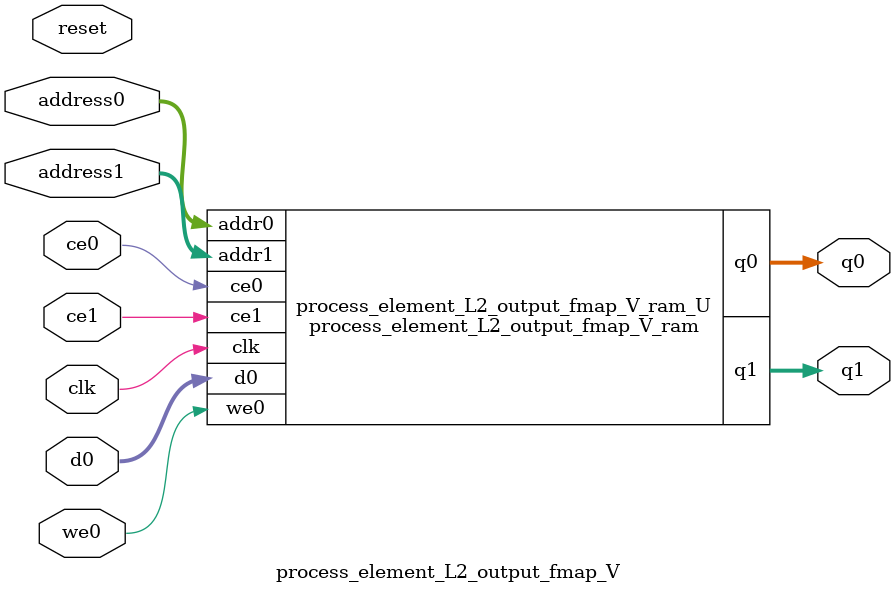
<source format=v>
`timescale 1 ns / 1 ps
module process_element_L2_output_fmap_V_ram (addr0, ce0, d0, we0, q0, addr1, ce1, q1,  clk);

parameter DWIDTH = 15;
parameter AWIDTH = 12;
parameter MEM_SIZE = 3600;

input[AWIDTH-1:0] addr0;
input ce0;
input[DWIDTH-1:0] d0;
input we0;
output reg[DWIDTH-1:0] q0;
input[AWIDTH-1:0] addr1;
input ce1;
output reg[DWIDTH-1:0] q1;
input clk;

(* ram_style = "block" *)reg [DWIDTH-1:0] ram[0:MEM_SIZE-1];




always @(posedge clk)  
begin 
    if (ce0) begin
        if (we0) 
            ram[addr0] <= d0; 
        q0 <= ram[addr0];
    end
end


always @(posedge clk)  
begin 
    if (ce1) begin
        q1 <= ram[addr1];
    end
end


endmodule

`timescale 1 ns / 1 ps
module process_element_L2_output_fmap_V(
    reset,
    clk,
    address0,
    ce0,
    we0,
    d0,
    q0,
    address1,
    ce1,
    q1);

parameter DataWidth = 32'd15;
parameter AddressRange = 32'd3600;
parameter AddressWidth = 32'd12;
input reset;
input clk;
input[AddressWidth - 1:0] address0;
input ce0;
input we0;
input[DataWidth - 1:0] d0;
output[DataWidth - 1:0] q0;
input[AddressWidth - 1:0] address1;
input ce1;
output[DataWidth - 1:0] q1;



process_element_L2_output_fmap_V_ram process_element_L2_output_fmap_V_ram_U(
    .clk( clk ),
    .addr0( address0 ),
    .ce0( ce0 ),
    .we0( we0 ),
    .d0( d0 ),
    .q0( q0 ),
    .addr1( address1 ),
    .ce1( ce1 ),
    .q1( q1 ));

endmodule


</source>
